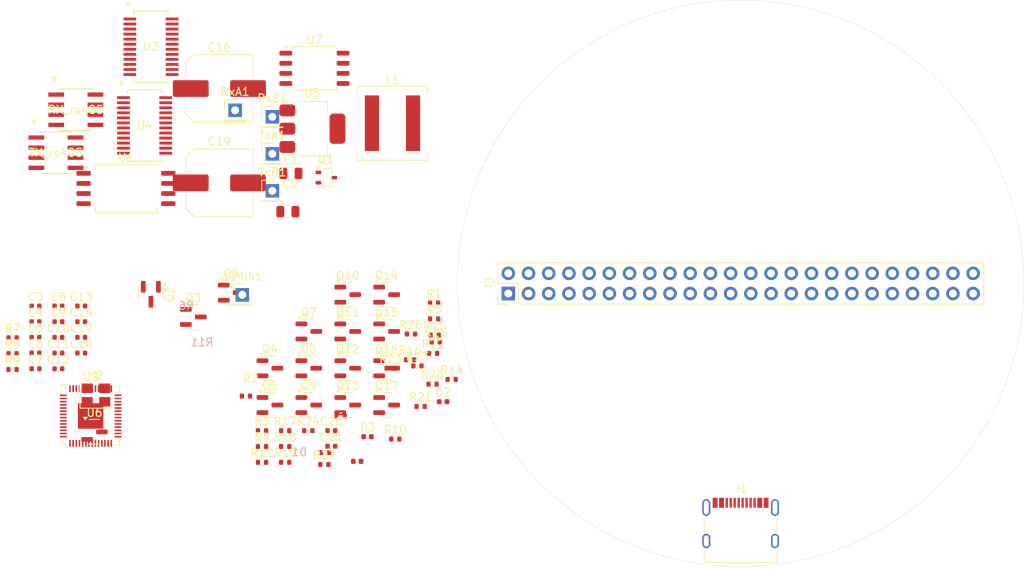
<source format=kicad_pcb>
(kicad_pcb (version 20240108) (generator "pcbnew") (generator_version "8.0")
  (layers (0 "F.Cu" signal) (31 "B.Cu" signal) (34 "B.Paste" user) (35 "F.Paste" user) (36 "B.SilkS" user "B.Silkscreen") (37 "F.SilkS" user "F.Silkscreen") (38 "B.Mask" user) (39 "F.Mask" user) (44 "Edge.Cuts" user))
  (net 0 "")
  (net 1 "GNDREF")
  (net 2 "Net-(D1-A)")
  (net 3 "+1V1")
  (net 4 "+3V2")
  (net 5 "+3.3V")
  (net 6 "/XIN")
  (net 7 "+5V")
  (net 8 "Net-(C18-Pad1)")
  (net 9 "+12V")
  (net 10 "/INT0")
  (net 11 "Net-(Q1-B)")
  (net 12 "BOOT_SEL")
  (net 13 "Net-(U8-USB_DP)")
  (net 14 "USB_D+")
  (net 15 "Net-(U8-USB_DM)")
  (net 16 "USB_D-")
  (net 17 "/QSPI_SS")
  (net 18 "/XOUT")
  (net 19 "Net-(RX_rs485-B)")
  (net 20 "Net-(RX_rs485-A)")
  (net 22 "/UART_rx")
  (net 24 "Net-(TX_rs485-A)")
  (net 25 "/UART_tx")
  (net 26 "Net-(TX_rs485-B)")
  (net 27 "/QSPI_SCLK")
  (net 28 "/QSPI_SD1")
  (net 29 "/QSPI_SD0")
  (net 30 "/QSPI_SD3")
  (net 31 "/QSPI_SD2")
  (net 32 "/BLANK")
  (net 33 "/c25")
  (net 34 "/r16")
  (net 35 "/c24")
  (net 36 "/r14")
  (net 37 "/c18")
  (net 38 "/c15")
  (net 39 "/r4")
  (net 40 "/c4")
  (net 41 "/c13")
  (net 42 "/c7")
  (net 43 "/r10")
  (net 44 "/c26")
  (net 45 "/c32")
  (net 46 "/r6")
  (net 47 "/r8")
  (net 48 "/c23")
  (net 49 "/c6")
  (net 50 "/r13")
  (net 51 "/r15")
  (net 52 "/c9")
  (net 53 "/c20")
  (net 54 "/r3")
  (net 55 "/c21")
  (net 56 "/r9")
  (net 57 "/c19")
  (net 58 "/c3")
  (net 59 "/c28")
  (net 60 "/c1")
  (net 61 "/c14")
  (net 62 "/c2")
  (net 63 "/r2")
  (net 64 "/r5")
  (net 65 "/r1")
  (net 66 "/c10")
  (net 67 "/c22")
  (net 68 "/c31")
  (net 69 "/c12")
  (net 70 "/r7")
  (net 71 "/r11")
  (net 72 "/c30")
  (net 73 "/c5")
  (net 74 "/c29")
  (net 75 "/c11")
  (net 76 "/c16")
  (net 77 "/c17")
  (net 78 "/c8")
  (net 79 "/r12")
  (net 80 "/c27")
  (net 81 "Net-(U3-SOUT)")
  (net 82 "Net-(U3-IREF)")
  (net 83 "/SIN")
  (net 84 "/SCLOCK")
  (net 85 "/LATCH")
  (net 86 "Net-(U4-IREF)")
  (net 88 "Net-(D2-K)")
  (net 89 "/RC16")
  (net 90 "/RC6")
  (net 92 "/RC10")
  (net 93 "/RC2")
  (net 95 "/RC13")
  (net 96 "/RC11")
  (net 98 "/RC9")
  (net 99 "/RC1")
  (net 101 "/RC7")
  (net 102 "/RC3")
  (net 104 "/RC5")
  (net 106 "/RC4")
  (net 107 "/RC12")
  (net 109 "/RC15")
  (net 110 "RUN")
  (net 111 "/RC14")
  (net 114 "/RC8")
  (net 115 "Net-(Q2-G)")
  (net 116 "Net-(Q3-G)")
  (net 117 "Net-(Q4-G)")
  (net 118 "Net-(Q5-G)")
  (net 119 "Net-(Q6-G)")
  (net 120 "Net-(Q7-G)")
  (net 121 "Net-(Q8-G)")
  (net 122 "Net-(Q9-G)")
  (net 123 "Net-(Q10-G)")
  (net 124 "Net-(Q11-G)")
  (net 125 "Net-(Q12-G)")
  (net 126 "Net-(Q13-G)")
  (net 127 "Net-(Q14-G)")
  (net 128 "Net-(Q15-G)")
  (net 129 "Net-(Q16-G)")
  (net 130 "Net-(Q17-G)")
  (net 131 "Net-(J1-CC2)")
  (net 132 "Net-(J1-GND-PadA1)")
  (net 135 "Net-(J1-CC1)")
  (footprint "Inductor_SMD:L_Coilcraft_XAL8080-XXX" (layer "F.Cu") (at 175.4 54.565)
    (property "Reference" "L1" (at 0 -5.4 0) (layer "F.SilkS"))
    (property "Value" "SDCHA1V8040-470-R")
    (pad "1" smd rect (at -2.58 0) (size 1.78 7) (layers "F.Cu" "F.Paste" "F.Mask") (net 88 "Net-(D2-K)"))
    (pad "2" smd rect (at 2.58 0) (size 1.78 7) (layers "F.Cu" "F.Paste" "F.Mask") (net 5 "+3.3V"))
  )
  (footprint "Package_TO_SOT_SMD:SOT-23" (layer "F.Cu") (at 174.6625 76.115)
    (property "Reference" "Q14" (at 0 -2.4 0) (layer "F.SilkS"))
    (property "Value" "FDV303N")
    (pad "1" smd roundrect (at -0.9375 -0.95) (size 1.475 0.6) (layers "F.Cu" "F.Paste" "F.Mask") (net 50 "/r13"))
    (pad "2" smd roundrect (at -0.9375 0.95) (size 1.475 0.6) (layers "F.Cu" "F.Paste" "F.Mask") (net 127 "Net-(Q14-G)"))
    (pad "3" smd roundrect (at 0.9375 0) (size 1.475 0.6) (layers "F.Cu" "F.Paste" "F.Mask") (net 1 "GNDREF"))
  )
  (footprint "Resistor_SMD:R_0402_1005Metric" (layer "F.Cu") (at 127.6475 83.525)
    (property "Reference" "R8" (at 0 -1.17 0) (layer "F.SilkS"))
    (property "Value" "DNF")
    (pad "1" smd roundrect (at -0.51 0) (size 0.54 0.64) (layers "F.Cu" "F.Paste" "F.Mask") (net 4 "+3V2"))
    (pad "2" smd roundrect (at 0.51 0) (size 0.54 0.64) (layers "F.Cu" "F.Paste" "F.Mask") (net 17 "/QSPI_SS"))
  )
  (footprint "Package_TO_SOT_SMD:SOT-23" (layer "F.Cu") (at 174.6625 80.74)
    (property "Reference" "Q15" (at 0 -2.4 0) (layer "F.SilkS"))
    (property "Value" "FDV303N")
    (pad "1" smd roundrect (at -0.9375 -0.95) (size 1.475 0.6) (layers "F.Cu" "F.Paste" "F.Mask") (net 36 "/r14"))
    (pad "2" smd roundrect (at -0.9375 0.95) (size 1.475 0.6) (layers "F.Cu" "F.Paste" "F.Mask") (net 128 "Net-(Q15-G)"))
    (pad "3" smd roundrect (at 0.9375 0) (size 1.475 0.6) (layers "F.Cu" "F.Paste" "F.Mask") (net 1 "GNDREF"))
  )
  (footprint "Package_TO_SOT_SMD:SOT-323_SC-70" (layer "F.Cu") (at 167.0875 61.405)
    (property "Reference" "Q1" (at -0.05 -2.25 0) (layer "F.SilkS"))
    (property "Value" "BC846B,215")
    (pad "1" smd roundrect (at -1 -0.65 270) (size 0.45 0.7) (layers "F.Cu" "F.Paste" "F.Mask") (net 11 "Net-(Q1-B)"))
    (pad "2" smd roundrect (at -1 0.65 270) (size 0.45 0.7) (layers "F.Cu" "F.Paste" "F.Mask") (net 1 "GNDREF"))
    (pad "3" smd roundrect (at 1 0 270) (size 0.45 0.7) (layers "F.Cu" "F.Paste" "F.Mask") (net 12 "BOOT_SEL"))
  )
  (footprint "Capacitor_SMD:C_0402_1005Metric" (layer "F.Cu") (at 130.5375 85.425)
    (property "Reference" "C7" (at 0 -1.16 0) (layer "F.SilkS"))
    (property "Value" "1u")
    (pad "1" smd roundrect (at -0.48 0) (size 0.56 0.62) (layers "F.Cu" "F.Paste" "F.Mask") (net 4 "+3V2"))
    (pad "2" smd roundrect (at 0.48 0) (size 0.56 0.62) (layers "F.Cu" "F.Paste" "F.Mask") (net 1 "GNDREF"))
  )
  (footprint "Resistor_SMD:R_0402_1005Metric" (layer "F.Cu") (at 177.61 84.3)
    (property "Reference" "R16" (at 0 -1.17 0) (layer "F.SilkS"))
    (property "Value" "10")
    (pad "1" smd roundrect (at -0.51 0) (size 0.54 0.64) (layers "F.Cu" "F.Paste" "F.Mask") (net 104 "/RC5"))
    (pad "2" smd roundrect (at 0.51 0) (size 0.54 0.64) (layers "F.Cu" "F.Paste" "F.Mask") (net 119 "Net-(Q6-G)"))
  )
  (footprint "Capacitor_SMD:C_0402_1005Metric" (layer "F.Cu") (at 136.2775 81.485)
    (property "Reference" "C17" (at 0 -1.16 0) (layer "F.SilkS"))
    (property "Value" "15p")
    (pad "1" smd roundrect (at -0.48 0) (size 0.56 0.62) (layers "F.Cu" "F.Paste" "F.Mask") (net 6 "/XIN"))
    (pad "2" smd roundrect (at 0.48 0) (size 0.56 0.62) (layers "F.Cu" "F.Paste" "F.Mask") (net 1 "GNDREF"))
  )
  (footprint "Package_TO_SOT_SMD:SOT-23" (layer "F.Cu") (at 174.6625 85.365)
    (property "Reference" "Q16" (at 0 -2.4 0) (layer "F.SilkS"))
    (property "Value" "FDV303N")
    (pad "1" smd roundrect (at -0.9375 -0.95) (size 1.475 0.6) (layers "F.Cu" "F.Paste" "F.Mask") (net 51 "/r15"))
    (pad "2" smd roundrect (at -0.9375 0.95) (size 1.475 0.6) (layers "F.Cu" "F.Paste" "F.Mask") (net 129 "Net-(Q16-G)"))
    (pad "3" smd roundrect (at 0.9375 0) (size 1.475 0.6) (layers "F.Cu" "F.Paste" "F.Mask") (net 1 "GNDREF"))
  )
  (footprint "Resistor_SMD:R_0402_1005Metric" (layer "F.Cu") (at 166.835 97.465)
    (property "Reference" "R27" (at 0 -1.17 0) (layer "F.SilkS"))
    (property "Value" "10")
    (pad "1" smd roundrect (at -0.51 0) (size 0.54 0.64) (layers "F.Cu" "F.Paste" "F.Mask") (net 89 "/RC16"))
    (pad "2" smd roundrect (at 0.51 0) (size 0.54 0.64) (layers "F.Cu" "F.Paste" "F.Mask") (net 130 "Net-(Q17-G)"))
  )
  (footprint "Resistor_SMD:R_0402_1005Metric" (layer "F.Cu") (at 161.9125 95.2)
    (property "Reference" "R18" (at 0 -1.17 0) (layer "F.SilkS"))
    (property "Value" "10")
    (pad "1" smd roundrect (at -0.51 0) (size 0.54 0.64) (layers "F.Cu" "F.Paste" "F.Mask") (net 101 "/RC7"))
    (pad "2" smd roundrect (at 0.51 0) (size 0.54 0.64) (layers "F.Cu" "F.Paste" "F.Mask") (net 121 "Net-(Q8-G)"))
  )
  (footprint "Capacitor_SMD:C_Elec_8x10.2" (layer "F.Cu") (at 153.6425 50.21)
    (property "Reference" "C16" (at 0 -5.2 0) (layer "F.SilkS"))
    (property "Value" "470uF")
    (pad "1" smd roundrect (at -3.6 0) (size 4.5 2.1) (layers "F.Cu" "F.Paste" "F.Mask") (roundrect_rratio 0.119048) (net 5 "+3.3V"))
    (pad "2" smd roundrect (at 3.6 0) (size 4.5 2.1) (layers "F.Cu" "F.Paste" "F.Mask") (roundrect_rratio 0.119048) (net 1 "GNDREF"))
  )
  (footprint "Resistor_SMD:R_0402_1005Metric" (layer "F.Cu") (at 166.92 95.965)
    (property "Reference" "R11" (at -15.475 -13.87 -0) (layer "B.SilkS") (effects (justify mirror)))
    (property "Value" "5.1k")
    (pad "1" smd roundrect (at -0.51 0) (size 0.54 0.64) (layers "F.Cu" "F.Paste" "F.Mask") (net 1 "GNDREF"))
    (pad "2" smd roundrect (at 0.51 0) (size 0.54 0.64) (layers "F.Cu" "F.Paste" "F.Mask") (net 135 "Net-(J1-CC1)"))
  )
  (footprint "Resistor_SMD:R_0402_1005Metric" (layer "F.Cu") (at 159.0025 95.2)
    (property "Reference" "R4" (at 0 -1.17 0) (layer "F.SilkS"))
    (property "Value" "2.65k")
    (pad "1" smd roundrect (at -0.51 0) (size 0.54 0.64) (layers "F.Cu" "F.Paste" "F.Mask") (net 86 "Net-(U4-IREF)"))
    (pad "2" smd roundrect (at 0.51 0) (size 0.54 0.64) (layers "F.Cu" "F.Paste" "F.Mask") (net 1 "GNDREF"))
  )
  (footprint "Capacitor_SMD:C_0805_2012Metric" (layer "F.Cu") (at 162.6375 60.88)
    (property "Reference" "C1" (at 0 -1.68 0) (layer "F.SilkS"))
    (property "Value" "10u")
    (pad "1" smd roundrect (at -0.95 0) (size 1 1.45) (layers "F.Cu" "F.Paste" "F.Mask") (net 7 "+5V"))
    (pad "2" smd roundrect (at 0.95 0) (size 1 1.45) (layers "F.Cu" "F.Paste" "F.Mask") (net 1 "GNDREF"))
  )
  (footprint "footprints:SO-8_STM" (layer "F.Cu") (at 135.6 52.87)
    (property "Reference" "RX_rs485" (at 0 0 0) (layer "F.SilkS"))
    (property "Value" "ST3485EBDR")
    (fp_text user "*" (at -2.7178 -3.5814 0) (layer "F.SilkS"))
    (fp_text user "*" (at -2.7178 -3.5814 0) (layer "F.SilkS"))
    (pad "1" smd rect (at -2.4638 -1.905) (size 1.9812 0.5334) (layers "F.Cu" "F.Paste" "F.Mask") (net 22 "/UART_rx"))
    (pad "2" smd rect (at -2.4638 -0.635) (size 1.9812 0.5334) (layers "F.Cu" "F.Paste" "F.Mask") (net 1 "GNDREF"))
    (pad "3" smd rect (at -2.4638 0.635) (size 1.9812 0.5334) (layers "F.Cu" "F.Paste" "F.Mask") (net 1 "GNDREF"))
    (pad "4" smd rect (at -2.4638 1.905) (size 1.9812 0.5334) (layers "F.Cu" "F.Paste" "F.Mask"))
    (pad "5" smd rect (at 2.4638 1.905) (size 1.9812 0.5334) (layers "F.Cu" "F.Paste" "F.Mask") (net 1 "GNDREF"))
    (pad "6" smd rect (at 2.4638 0.635) (size 1.9812 0.5334) (layers "F.Cu" "F.Paste" "F.Mask") (net 20 "Net-(RX_rs485-A)"))
    (pad "7" smd rect (at 2.4638 -0.635) (size 1.9812 0.5334) (layers "F.Cu" "F.Paste" "F.Mask") (net 19 "Net-(RX_rs485-B)"))
    (pad "8" smd rect (at 2.4638 -1.905) (size 1.9812 0.5334) (layers "F.Cu" "F.Paste" "F.Mask") (net 5 "+3.3V"))
  )
  (footprint "Package_TO_SOT_SMD:SOT-23" (layer "F.Cu") (at 150.3675 78.915)
    (property "Reference" "Q3" (at 0 -2.4 0) (layer "F.SilkS"))
    (property "Value" "FDV303N")
    (pad "1" smd roundrect (at -0.9375 -0.95) (size 1.475 0.6) (layers "F.Cu" "F.Paste" "F.Mask") (net 63 "/r2"))
    (pad "2" smd roundrect (at -0.9375 0.95) (size 1.475 0.6) (layers "F.Cu" "F.Paste" "F.Mask") (net 116 "Net-(Q3-G)"))
    (pad "3" smd roundrect (at 0.9375 0) (size 1.475 0.6) (layers "F.Cu" "F.Paste" "F.Mask") (net 1 "GNDREF"))
  )
  (footprint "Connector_PinHeader_2.54mm:PinHeader_2x24_P2.54mm_Vertical" (layer "F.Cu") (at 189.96 75.975 90)
    (property "Reference" "J3" (at 1.27 -2.33 90) (layer "F.SilkS"))
    (property "Value" "Conn_02x24_Odd_Even")
    (pad "1" thru_hole rect (at 0 0 90) (size 1.7 1.7) (drill 1) (layers "*.Cu" "*.Mask") (net 33 "/c25"))
    (pad "2" thru_hole oval (at 2.54 0 90) (size 1.7 1.7) (drill 1) (layers "*.Cu" "*.Mask") (net 35 "/c24"))
    (pad "3" thru_hole oval (at 0 2.54 90) (size 1.7 1.7) (drill 1) (layers "*.Cu" "*.Mask") (net 44 "/c26"))
    (pad "4" thru_hole oval (at 2.54 2.54 90) (size 1.7 1.7) (drill 1) (layers "*.Cu" "*.Mask") (net 48 "/c23"))
    (pad "5" thru_hole oval (at 0 5.079999 90) (size 1.7 1.7) (drill 1) (layers "*.Cu" "*.Mask") (net 80 "/c27"))
    (pad "6" thru_hole oval (at 2.54 5.08 90) (size 1.7 1.7) (drill 1) (layers "*.Cu" "*.Mask") (net 67 "/c22"))
    (pad "7" thru_hole oval (at 0 7.62 90) (size 1.7 1.7) (drill 1) (layers "*.Cu" "*.Mask") (net 59 "/c28"))
    (pad "8" thru_hole oval (at 2.54 7.62 90) (size 1.7 1.7) (drill 1) (layers "*.Cu" "*.Mask") (net 55 "/c21"))
    (pad "9" thru_hole oval (at 0 10.16 90) (size 1.7 1.7) (drill 1) (layers "*.Cu" "*.Mask") (net 74 "/c29"))
    (pad "10" thru_hole oval (at 2.54 10.16 90) (size 1.7 1.7) (drill 1) (layers "*.Cu" "*.Mask") (net 53 "/c20"))
    (pad "11" thru_hole oval (at 0 12.7 90) (size 1.7 1.7) (drill 1) (layers "*.Cu" "*.Mask") (net 72 "/c30"))
    (pad "12" thru_hole oval (at 2.54 12.7 90) (size 1.7 1.7) (drill 1) (layers "*.Cu" "*.Mask") (net 57 "/c19"))
    (pad "13" thru_hole oval (at 0 15.24 90) (size 1.7 1.7) (drill 1) (layers "*.Cu" "*.Mask") (net 68 "/c31"))
    (pad "14" thru_hole oval (at 2.54 15.24 90) (size 1.7 1.7) (drill 1) (layers "*.Cu" "*.Mask") (net 37 "/c18"))
    (pad "15" thru_hole oval (at 0 17.780001 90) (size 1.7 1.7) (drill 1) (layers "*.Cu" "*.Mask") (net 45 "/c32"))
    (pad "16" thru_hole oval (at 2.54 17.78 90) (size 1.7 1.7) (drill 1) (layers "*.Cu" "*.Mask") (net 77 "/c17"))
    (pad "17" thru_hole oval (at 0 20.32 90) (size 1.7 1.7) (drill 1) (layers "*.Cu" "*.Mask") (net 34 "/r16"))
    (pad "18" thru_hole oval (at 2.54 20.32 90) (size 1.7 1.7) (drill 1) (layers "*.Cu" "*.Mask") (net 76 "/c16"))
    (pad "19" thru_hole oval (at 0 22.86 90) (size 1.7 1.7) (drill 1) (layers "*.Cu" "*.Mask") (net 51 "/r15"))
    (pad "20" thru_hole oval (at 2.54 22.86 90) (size 1.7 1.7) (drill 1) (layers "*.Cu" "*.Mask") (net 38 "/c15"))
    (pad "21" thru_hole oval (at 0 25.4 90) (size 1.7 1.7) (drill 1) (layers "*.Cu" "*.Mask") (net 36 "/r14"))
    (pad "22" thru_hole oval (at 2.54 25.4 90) (size 1.7 1.7) (drill 1) (layers "*.Cu" "*.Mask") (net 61 "/c14"))
    (pad "23" thru_hole oval (at 0 27.939999 90) (size 1.7 1.7) (drill 1) (layers "*.Cu" "*.Mask") (net 50 "/r13"))
    (pad "24" thru_hole oval (at 2.54 27.94 90) (size 1.7 1.7) (drill 1) (layers "*.Cu" "*.Mask") (net 41 "/c13"))
    (pad "25" thru_hole oval (at 0 30.48 90) (size 1.7 1.7) (drill 1) (layers "*.Cu" "*.Mask") (net 79 "/r12"))
    (pad "26" thru_hole oval (at 2.54 30.48 90) (size 1.7 1.7) (drill 1) (layers "*.Cu" "*.Mask") (net 69 "/c12"))
    (pad "27" thru_hole oval (at 0 33.02 90) (size 1.7 1.7) (drill 1) (layers "*.Cu" "*.Mask") (net 71 "/r11"))
    (pad "28" thru_hole oval (at 2.54 33.02 90) (size 1.7 1.7) (drill 1) (layers "*.Cu" "*.Mask") (net 75 "/c11"))
    (pad "29" thru_hole oval (at 0 35.56 90) (size 1.7 1.7) (drill 1) (layers "*.Cu" "*.Mask") (net 43 "/r10"))
    (pad "30" thru_hole oval (at 2.54 35.56 90) (size 1.7 1.7) (drill 1) (layers "*.Cu" "*.Mask") (net 66 "/c10"))
    (pad "31" thru_hole oval (at 0 38.099999 90) (size 1.7 1.7) (drill 1) (layers "*.Cu" "*.Mask") (net 56 "/r9"))
    (pad "32" thru_hole oval (at 2.54 38.1 90) (size 1.7 1.7) (drill 1) (layers "*.Cu" "*.Mask") (net 52 "/c9"))
    (pad "33" thru_hole oval (at 0 40.640001 90) (size 1.7 1.7) (drill 1) (layers "*.Cu" "*.Mask") (net 47 "/r8"))
    (pad "34" thru_hole oval (at 2.54 40.64 90) (size 1.7 1.7) (drill 1) (layers "*.Cu" "*.Mask") (net 78 "/c8"))
    (pad "35" thru_hole oval (at 0 43.18 90) (size 1.7 1.7) (drill 1) (layers "*.Cu" "*.Mask") (net 70 "/r7"))
    (pad "36" thru_hole oval (at 2.54 43.18 90) (size 1.7 1.7) (drill 1) (layers "*.Cu" "*.Mask") (net 42 "/c7"))
    (pad "37" thru_hole oval (at 0 45.72 90) (size 1.7 1.7) (drill 1) (layers "*.Cu" "*.Mask") (net 46 "/r6"))
    (pad "38" thru_hole oval (at 2.54 45.72 90) (size 1.7 1.7) (drill 1) (layers "*.Cu" "*.Mask") (net 49 "/c6"))
    (pad "39" thru_hole oval (at 0 48.26 90) (size 1.7 1.7) (drill 1) (layers "*.Cu" "*.Mask") (net 64 "/r5"))
    (pad "40" thru_hole oval (at 2.54 48.26 90) (size 1.7 1.7) (drill 1) (layers "*.Cu" "*.Mask") (net 73 "/c5"))
    (pad "41" thru_hole oval (at 0 50.799999 90) (size 1.7 1.7) (drill 1) (layers "*.Cu" "*.Mask") (net 39 "/r4"))
    (pad "42" thru_hole oval (at 2.54 50.8 90) (size 1.7 1.7) (drill 1) (layers "*.Cu" "*.Mask") (net 40 "/c4"))
    (pad "43" thru_hole oval (at 0 53.34 90) (size 1.7 1.7) (drill 1) (layers "*.Cu" "*.Mask") (net 54 "/r3"))
    (pad "44" thru_hole oval (at 2.54 53.34 90) (size 1.7 1.7) (drill 1) (layers "*.Cu" "*.Mask") (net 58 "/c3"))
    (pad "45" thru_hole oval (at 0 55.88 90) (size 1.7 1.7) (drill 1) (layers "*.Cu" "*.Mask") (net 63 "/r2"))
    (pad "46" thru_hole oval (at 2.54 55.88 90) (size 1.7 1.7) (drill 1) (layers "*.Cu" "*.Mask") (net 62 "/c2"))
    (pad "47" thru_hole oval (at 0 58.42 90) (size 1.7 1.7) (drill 1) (layers "*.Cu" "*.Mask") (net 65 "/r1"))
    (pad "48" thru_hole oval (at 2.54 58.42 90) (size 1.7 1.7) (drill 1) (layers "*.Cu" "*.Mask") (net 60 "/c1"))
  )
  (footprint "Capacitor_SMD:C_0402_1005Metric" (layer "F.Cu") (at 130.5375 77.545)
    (property "Reference" "C3" (at 0 -1.16 0) (layer "F.SilkS"))
    (property "Value" "100n")
    (pad "1" smd roundrect (at -0.48 0) (size 0.56 0.62) (layers "F.Cu" "F.Paste" "F.Mask") (net 3 "+1V1"))
    (pad "2" smd roundrect (at 0.48 0) (size 0.56 0.62) (layers "F.Cu" "F.Paste" "F.Mask") (net 1 "GNDREF"))
  )
  (footprint "Resistor_SMD:R_0402_1005Metric" (layer "F.Cu") (at 180.635001 79.154999)
    (property "Reference" "R5" (at 0 -1.17 0) (layer "F.SilkS"))
    (property "Value" "27")
    (pad "1" smd roundrect (at -0.509999 0) (size 0.54 0.64) (layers "F.Cu" "F.Paste" "F.Mask") (net 16 "USB_D-"))
    (pad "2" smd roundrect (at 0.509999 0) (size 0.54 0.64) (layers "F.Cu" "F.Paste" "F.Mask") (net 15 "Net-(U8-USB_DM)"))
  )
  (footprint "Package_TO_SOT_SMD:SOT-23" (layer "F.Cu") (at 164.8825 85.365)
    (property "Reference" "Q8" (at 0 -2.4 0) (layer "F.SilkS"))
    (property "Value" "FDV303N")
    (pad "1" smd roundrect (at -0.9375 -0.95) (size 1.475 0.6) (layers "F.Cu" "F.Paste" "F.Mask") (net 70 "/r7"))
    (pad "2" smd roundrect (at -0.9375 0.95) (size 1.475 0.6) (layers "F.Cu" "F.Paste" "F.Mask") (net 121 "Net-(Q8-G)"))
    (pad "3" smd roundrect (at 0.9375 0) (size 1.475 0.6) (layers "F.Cu" "F.Paste" "F.Mask") (net 1 "GNDREF"))
  )
  (footprint "Package_SO:SOIC-8_7.5x5.85mm_P1.27mm" (layer "F.Cu") (at 141.9 62.77)
    (property "Reference" "U1" (at 0 -3.88 0) (layer "F.SilkS"))
    (property "Value" "W25Q128JVS")
    (pad "1" smd roundrect (at -5.325 -1.905) (size 1.8 0.6) (layers "F.Cu" "F.Paste" "F.Mask") (net 17 "/QSPI_SS"))
    (pad "2" smd roundrect (at -5.325 -0.635) (size 1.8 0.6) (layers "F.Cu" "F.Paste" "F.Mask") (net 28 "/QSPI_SD1"))
    (pad "3" smd roundrect (at -5.325 0.635) (size 1.8 0.6) (layers "F.Cu" "F.Paste" "F.Mask") (net 31 "/QSPI_SD2"))
    (pad "4" smd roundrect (at -5.325 1.905) (size 1.8 0.6) (layers "F.Cu" "F.Paste" "F.Mask") (net 1 "GNDREF"))
    (pad "5" smd roundrect (at 5.325 1.905) (size 1.8 0.6) (layers "F.Cu" "F.Paste" "F.Mask") (net 29 "/QSPI_SD0"))
    (pad "6" smd roundrect (at 5.325 0.635) (size 1.8 0.6) (layers "F.Cu" "F.Paste" "F.Mask") (net 27 "/QSPI_SCLK"))
    (pad "7" smd roundrect (at 5.325 -0.635) (size 1.8 0.6) (layers "F.Cu" "F.Paste" "F.Mask") (net 30 "/QSPI_SD3"))
    (pad "8" smd roundrect (at 5.325 -1.905) (size 1.8 0.6) (layers "F.Cu" "F.Paste" "F.Mask") (net 4 "+3V2"))
  )
  (footprint "Capacitor_SMD:C_0402_1005Metric" (layer "F.Cu") (at 133.4075 79.515)
    (property "Reference" "C9" (at 0 -1.16 0) (layer "F.SilkS"))
    (property "Value" "100n")
    (pad "1" smd roundrect (at -0.48 0) (size 0.56 0.62) (layers "F.Cu" "F.Paste" "F.Mask") (net 4 "+3V2"))
    (pad "2" smd roundrect (at 0.48 0) (size 0.56 0.62) (layers "F.Cu" "F.Paste" "F.Mask") (net 1 "GNDREF"))
  )
  (footprint "Resistor_SMD:R_0402_1005Metric" (layer "F.Cu") (at 168.89 91.365)
    (property "Reference" "R6" (at -19.415 -13.87 -0) (layer "B.SilkS") (effects (justify mirror)))
    (property "Value" "1k")
    (pad "1" smd roundrect (at -0.51 0) (size 0.54 0.64) (layers "F.Cu" "F.Paste" "F.Mask") (net 7 "+5V"))
    (pad "2" smd roundrect (at 0.51 0) (size 0.54 0.64) (layers "F.Cu" "F.Paste" "F.Mask") (net 11 "Net-(Q1-B)"))
  )
  (footprint "Crystal:Crystal_SMD_3225-4Pin_3.2x2.5mm" (layer "F.Cu") (at 138.1275 88.735)
    (property "Reference" "Y2" (at 0 -2.45 0) (layer "F.SilkS"))
    (property "Value" "ABM8-272-T3")
    (pad "1" smd rect (at -1.1 0.85) (size 1.4 1.2) (layers "F.Cu" "F.Paste" "F.Mask") (net 6 "/XIN"))
    (pad "2" smd rect (at 1.1 0.85) (size 1.4 1.2) (layers "F.Cu" "F.Paste" "F.Mask") (net 1 "GNDREF"))
    (pad "3" smd rect (at 1.1 -0.85) (size 1.4 1.2) (layers "F.Cu" "F.Paste" "F.Mask") (net 8 "Net-(C18-Pad1)"))
    (pad "4" smd rect (at -1.1 -0.85) (size 1.4 1.2) (layers "F.Cu" "F.Paste" "F.Mask") (net 1 "GNDREF"))
  )
  (footprint "Resistor_SMD:R_0402_1005Metric" (layer "F.Cu") (at 178.935 90.165)
    (property "Reference" "R21" (at 0 -1.17 0) (layer "F.SilkS"))
    (property "Value" "10")
    (pad "1" smd roundrect (at -0.51 0) (size 0.54 0.64) (layers "F.Cu" "F.Paste" "F.Mask") (net 92 "/RC10"))
    (pad "2" smd roundrect (at 0.51 0) (size 0.54 0.64) (layers "F.Cu" "F.Paste" "F.Mask") (net 124 "Net-(Q11-G)"))
  )
  (footprint "Package_TO_SOT_SMD:SOT-23" (layer "F.Cu") (at 145.03 76.065 -90)
    (property "Reference" "Q2" (at 0 -2.4 90) (layer "F.SilkS"))
    (property "Value" "FDV303N")
    (pad "1" smd roundrect (at -0.9375 -0.95 270) (size 1.475 0.6) (layers "F.Cu" "F.Paste" "F.Mask") (net 65 "/r1"))
    (pad "2" smd roundrect (at -0.9375 0.95 270) (size 1.475 0.6) (layers "F.Cu" "F.Paste" "F.Mask") (net 115 "Net-(Q2-G)"))
    (pad "3" smd roundrect (at 0.937501 0 270) (size 1.475 0.6) (layers "F.Cu" "F.Paste" "F.Mask") (net 1 "GNDREF"))
  )
  (footprint "Resistor_SMD:R_0402_1005Metric" (layer "F.Cu") (at 164.8225 93.21)
    (property "Reference" "R24" (at 0 -1.17 0) (layer "F.SilkS"))
    (property "Value" "10")
    (pad "1" smd roundrect (at -0.51 0) (size 0.54 0.64) (layers "F.Cu" "F.Paste" "F.Mask") (net 95 "/RC13"))
    (pad "2" smd roundrect (at 0.51 0) (size 0.54 0.64) (layers "F.Cu" "F.Paste" "F.Mask") (net 127 "Net-(Q14-G)"))
  )
  (footprint "Resistor_SMD:R_0402_1005Metric" (layer "F.Cu") (at 180.71 81.2)
    (property "Reference" "R15" (at 0 -1.17 0) (layer "F.SilkS"))
    (property "Value" "10")
    (pad "1" smd roundrect (at -0.51 0) (size 0.54 0.64) (layers "F.Cu" "F.Paste" "F.Mask") (net 106 "/RC4"))
    (pad "2" smd roundrect (at 0.51 0) (size 0.54 0.64) (layers "F.Cu" "F.Paste" "F.Mask") (net 118 "Net-(Q5-G)"))
  )
  (footprint "Package_TO_SOT_SMD:SOT-23" (layer "F.Cu") (at 169.7725 76.115)
    (property "Reference" "Q10" (at 0 -2.4 0) (layer "F.SilkS"))
    (property "Value" "FDV303N")
    (pad "1" smd roundrect (at -0.9375 -0.95) (size 1.475 0.6) (layers "F.Cu" "F.Paste" "F.Mask") (net 56 "/r9"))
    (pad "2" smd roundrect (at -0.9375 0.95) (size 1.475 0.6) (layers "F.Cu" "F.Paste" "F.Mask") (net 123 "Net-(Q10-G)"))
    (pad "3" smd roundrect (at 0.9375 0) (size 1.475 0.6) (layers "F.Cu" "F.Paste" "F.Mask") (net 1 "GNDREF"))
  )
  (footprint "Connector_PinHeader_2.54mm:PinHeader_1x01_P2.54mm_Vertical" (layer "F.Cu") (at 156.5225 76.14)
    (property "Reference" "12Vin1" (at 0 -2.33 0) (layer "F.SilkS"))
    (property "Value" "Conn_01x01_Pin")
    (pad "1" thru_hole rect (at 0 0) (size 1.7 1.7) (drill 1) (layers "*.Cu" "*.Mask") (net 9 "+12V"))
  )
  (footprint "Resistor_SMD:R_0402_1005Metric" (layer "F.Cu") (at 127.6475 81.535)
    (property "Reference" "R7" (at 0 -1.17 0) (layer "F.SilkS"))
    (property "Value" "1k")
    (pad "1" smd roundrect (at -0.51 0) (size 0.54 0.64) (layers "F.Cu" "F.Paste" "F.Mask") (net 17 "/QSPI_SS"))
    (pad "2" smd roundrect (at 0.51 0) (size 0.54 0.64) (layers "F.Cu" "F.Paste" "F.Mask") (net 12 "BOOT_SEL"))
  )
  (footprint "DBQ24_TEX:DBQ24_TEX" (layer "F.Cu") (at 144.2457 54.8475)
    (property "Reference" "U4" (at 0 0 0) (layer "F.SilkS"))
    (property "Value" "TLC59283DBQR")
    (fp_text user "*" (at -2.9083 -4.9911 0) (layer "F.SilkS"))
    (fp_text user "*" (at -2.9083 -4.9911 0) (layer "F.SilkS"))
    (pad "1" smd rect (at -2.6543 -3.4925) (size 1.6002 0.3556) (layers "F.Cu" "F.Paste" "F.Mask") (net 1 "GNDREF"))
    (pad "2" smd rect (at -2.6543 -2.8575) (size 1.6002 0.3556) (layers "F.Cu" "F.Paste" "F.Mask") (net 81 "Net-(U3-SOUT)"))
    (pad "3" smd rect (at -2.6543 -2.2225) (size 1.6002 0.3556) (layers "F.Cu" "F.Paste" "F.Mask") (net 84 "/SCLOCK"))
    (pad "4" smd rect (at -2.6543 -1.5875) (size 1.6002 0.3556) (layers "F.Cu" "F.Paste" "F.Mask") (net 85 "/LATCH"))
    (pad "5" smd rect (at -2.6543 -0.9525) (size 1.6002 0.3556) (layers "F.Cu" "F.Paste" "F.Mask") (net 77 "/c17"))
    (pad "6" smd rect (at -2.6543 -0.3175) (size 1.6002 0.3556) (layers "F.Cu" "F.Paste" "F.Mask") (net 37 "/c18"))
    (pad "7" smd rect (at -2.6543 0.3175) (size 1.6002 0.3556) (layers "F.Cu" "F.Paste" "F.Mask") (net 57 "/c19"))
    (pad "8" smd rect (at -2.6543 0.9525) (size 1.6002 0.3556) (layers "F.Cu" "F.Paste" "F.Mask") (net 53 "/c20"))
    (pad "9" smd rect (at -2.6543 1.5875) (size 1.6002 0.3556) (layers "F.Cu" "F.Paste" "F.Mask") (net 55 "/c21"))
    (pad "10" smd rect (at -2.6543 2.2225) (size 1.6002 0.3556) (layers "F.Cu" "F.Paste" "F.Mask") (net 67 "/c22"))
    (pad "11" smd rect (at -2.6543 2.8575) (size 1.6002 0.3556) (layers "F.Cu" "F.Paste" "F.Mask") (net 48 "/c23"))
    (pad "12" smd rect (at -2.6543 3.4925) (size 1.6002 0.3556) (layers "F.Cu" "F.Paste" "F.Mask") (net 35 "/c24"))
    (pad "13" smd rect (at 2.6543 3.4925) (size 1.6002 0.3556) (layers "F.Cu" "F.Paste" "F.Mask") (net 33 "/c25"))
    (pad "14" smd rect (at 2.6543 2.8575) (size 1.6002 0.3556) (layers "F.Cu" "F.Paste" "F.Mask") (net 44 "/c26"))
    (pad "15" smd rect (at 2.6543 2.2225) (size 1.6002 0.3556) (layers "F.Cu" "F.Paste" "F.Mask") (net 80 "/c27"))
    (pad "16" smd rect (at 2.6543 1.5875) (size 1.6002 0.3556) (layers "F.Cu" "F.Paste" "F.Mask") (net 59 "/c28"))
    (pad "17" smd rect (at 2.6543 0.9525) (size 1.6002 0.3556) (layers "F.Cu" "F.Paste" "F.Mask") (net 74 "/c29"))
    (pad "18" smd rect (at 2.6543 0.3175) (size 1.6002 0.3556) (layers "F.Cu" "F.Paste" "F.Mask") (net 72 "/c30"))
    (pad "19" smd rect (at 2.6543 -0.3175) (size 1.6002 0.3556) (layers "F.Cu" "F.Paste" "F.Mask") (net 68 "/c31"))
    (pad "20" smd rect (at 2.6543 -0.9525) (size 1.6002 0.3556) (layers "F.Cu" "F.Paste" "F.Mask") (net 45 "/c32"))
    (pad "21" smd rect (at 2.6543 -1.5875) (size 1.6002 0.3556) (layers "F.Cu" "F.Paste" "F.Mask") (net 32 "/BLANK"))
    (pad "22" smd rect (at 2.6543 -2.2225) (size 1.6002 0.3556) (layers "F.Cu" "F.Paste" "F.Mask"))
    (pad "23" smd rect (at 2.6543 -2.8575) (size 1.6002 0.3556) (layers "F.Cu" "F.Paste" "F.Mask") (net 86 "Net-(U4-IREF)"))
    (pad "24" smd rect (at 2.6543 -3.4925) (size 1.6002 0.3556) (layers "F.Cu" "F.Paste" "F.Mask") (net 5 "+3.3V"))
  )
  (footprint "Capacitor_SMD:C_0402_1005Metric" (layer "F.Cu") (at 136.2775 83.455)
    (property "Reference" "C18" (at 0 -1.16 0) (layer "F.SilkS"))
    (property "Value" "15p")
    (pad "1" smd roundrect (at -0.48 0) (size 0.56 0.62) (layers "F.Cu" "F.Paste" "F.Mask") (net 8 "Net-(C18-Pad1)"))
    (pad "2" smd roundrect (at 0.48 0) (size 0.56 0.62) (layers "F.Cu" "F.Paste" "F.Mask") (net 1 "GNDREF"))
  )
  (footprint "Resistor_SMD:R_0402_1005Metric" (layer "F.Cu") (at 175.1725 85.365)
    (property "Reference" "R23" (at 0 -1.17 0) (layer "F.SilkS"))
    (property "Value" "10")
    (pad "1" smd roundrect (at -0.51 0) (size 0.54 0.64) (layers "F.Cu" "F.Paste" "F.Mask") (net 107 "/RC12"))
    (pad "2" smd roundrect (at 0.51 0) (size 0.54 0.64) (layers "F.Cu" "F.Paste" "F.Mask") (net 126 "Net-(Q13-G)"))
  )
  (footprint "Capacitor_SMD:C_0402_1005Metric" (layer "F.Cu") (at 130.5375 83.455)
    (property "Reference" "C6" (at 0 -1.16 0) (layer "F.SilkS"))
    (property "Value" "100n")
    (pad "1" smd roundrect (at -0.48 0) (size 0.56 0.62) (layers "F.Cu" "F.Paste" "F.Mask") (net 4 "+3V2"))
    (pad "2" smd roundrect (at 0.48 0) (size 0.56 0.62) (layers "F.Cu" "F.Paste" "F.Mask") (net 1 "GNDREF"))
  )
  (footprint "Package_TO_SOT_SMD:SOT-23" (layer "F.Cu") (at 169.7725 80.74)
    (property "Reference" "Q11" (at 0 -2.4 0) (layer "F.SilkS"))
    (property "Value" "FDV303N")
    (pad "1" smd roundrect (at -0.9375 -0.95) (size 1.475 0.6) (layers "F.Cu" "F.Paste" "F.Mask") (net 43 "/r10"))
    (pad "2" smd roundrect (at -0.9375 0.95) (size 1.475 0.6) (layers "F.Cu" "F.Paste" "F.Mask") (net 124 "Net-(Q11-G)"))
    (pad "3" smd roundrect (at 0.9375 0) (size 1.475 0.6) (layers "F.Cu" "F.Paste" "F.Mask") (net 1 "GNDREF"))
  )
  (footprint "Resistor_SMD:R_0402_1005Metric" (layer "F.Cu") (at 161.9125 93.21)
    (property "Reference" "R17" (at 0 -1.17 0) (layer "F.SilkS"))
    (property "Value" "10")
    (pad "1" smd roundrect (at -0.51 0) (size 0.54 0.64) (layers "F.Cu" "F.Paste" "F.Mask") (net 90 "/RC6"))
    (pad "2" smd roundrect (at 0.51 0) (size 0.54 0.64) (layers "F.Cu" "F.Paste" "F.Mask") (net 120 "Net-(Q7-G)"))
  )
  (footprint "Connector_PinHeader_2.54mm:PinHeader_1x01_P2.54mm_Vertical" (layer "F.Cu") (at 160.3 58.415)
    (property "Reference" "TxA1" (at 0 -2.33 0) (layer "F.SilkS"))
    (property "Value" "Conn_01x01_Pin")
    (pad "1" thru_hole rect (at 0 0) (size 1.7 1.7) (drill 1) (layers "*.Cu" "*.Mask") (net 24 "Net-(TX_rs485-A)"))
  )
  (footprint "Capacitor_SMD:C_0402_1005Metric" (layer "F.Cu") (at 133.4075 85.425)
    (property "Reference" "C12" (at 0 -1.16 0) (layer "F.SilkS"))
    (property "Value" "100n")
    (pad "1" smd roundrect (at -0.48 0) (size 0.56 0.62) (layers "F.Cu" "F.Paste" "F.Mask") (net 4 "+3V2"))
    (pad "2" smd roundrect (at 0.48 0) (size 0.56 0.62) (layers "F.Cu" "F.Paste" "F.Mask") (net 1 "GNDREF"))
  )
  (footprint "Package_TO_SOT_SMD:SOT-23" (layer "F.Cu") (at 164.8825 89.99)
    (property "Reference" "Q9" (at 0 -2.4 0) (layer "F.SilkS"))
    (property "Value" "FDV303N")
    (pad "1" smd roundrect (at -0.9375 -0.95) (size 1.475 0.6) (layers "F.Cu" "F.Paste" "F.Mask") (net 47 "/r8"))
    (pad "2" smd roundrect (at -0.9375 0.95) (size 1.475 0.6) (layers "F.Cu" "F.Paste" "F.Mask") (net 122 "Net-(Q9-G)"))
    (pad "3" smd roundrect (at 0.9375 0) (size 1.475 0.6) (layers "F.Cu" "F.Paste" "F.Mask") (net 1 "GNDREF"))
  )
  (footprint "Capacitor_SMD:C_0805_2012Metric" (layer "F.Cu") (at 162.25 65.685)
    (property "Reference" "C2" (at 0.3 -3.475 0) (layer "F.SilkS"))
    (property "Value" "10u")
    (pad "1" smd roundrect (at -0.95 0) (size 1 1.45) (layers "F.Cu" "F.Paste" "F.Mask") (net 2 "Net-(D1-A)"))
    (pad "2" smd roundrect (at 0.95 0) (size 1 1.45) (layers "F.Cu" "F.Paste" "F.Mask") (net 1 "GNDREF"))
  )
  (footprint "Resistor_SMD:R_0402_1005Metric" (layer "F.Cu") (at 156.99 88.865)
    (property "Reference" "R2" (at 0.6025 -2.21 0) (layer "F.SilkS"))
    (property "Value" "1k")
    (pad "1" smd roundrect (at -0.51 0) (size 0.54 0.64) (layers "F.Cu" "F.Paste" "F.Mask") (net 5 "+3.3V"))
    (pad "2" smd roundrect (at 0.51 0) (size 0.54 0.64) (layers "F.Cu" "F.Paste" "F.Mask") (net 10 "/INT0"))
  )
  (footprint "Connector_PinHeader_2.54mm:PinHeader_1x01_P2.54mm_Vertical" (layer "F.Cu") (at 160.3 53.765)
    (property "Reference" "RxB1" (at 0 -2.33 0) (layer "F.SilkS"))
    (property "Value" "Conn_01x01_Pin")
    (pad "1" thru_hole rect (at 0 0) (size 1.7 1.7) (drill 1) (layers "*.Cu" "*.Mask") (net 19 "Net-(RX_rs485-B)"))
  )
  (footprint "Capacitor_SMD:C_0402_1005Metric" (layer "F.Cu") (at 133.4075 81.485)
    (property "Reference" "C10" (at 0 -1.16 0) (layer "F.SilkS"))
    (property "Value" "100n")
    (pad "1" smd roundrect (at -0.48 0) (size 0.56 0.62) (layers "F.Cu" "F.Paste" "F.Mask") (net 4 "+3V2"))
    (pad "2" smd roundrect (at 0.48 0) (size 0.56 0.62) (layers "F.Cu" "F.Paste" "F.Mask") (net 1 "GNDREF"))
  )
  (footprint "Package_TO_SOT_SMD:SOT-23" (layer "F.Cu") (at 159.9925 85.365)
    (property "Reference" "Q4" (at 0 -2.4 0) (layer "F.SilkS"))
    (property "Value" "FDV303N")
    (pad "1" smd roundrect (at -0.9375 -0.95) (size 1.475 0.6) (layers "F.Cu" "F.Paste" "F.Mask") (net 54 "/r3"))
    (pad "2" smd roundrect (at -0.9375 0.95) (size 1.475 0.6) (layers "F.Cu" "F.Paste" "F.Mask") (net 117 "Net-(Q4-G)"))
    (pad "3" smd roundrect (at 0.9375 0) (size 1.475 0.6) (layers "F.Cu" "F.Paste" "F.Mask") (net 1 "GNDREF"))
  )
  (footprint "Resistor_SMD:R_0402_1005Metric" (layer "F.Cu") (at 182.835 86.765)
    (property "Reference" "R14" (at 0 -1.17 0) (layer "F.SilkS"))
    (property "Value" "10")
    (pad "1" smd roundrect (at -0.51 0) (size 0.54 0.64) (layers "F.Cu" "F.Paste" "F.Mask") (net 102 "/RC3"))
    (pad "2" smd roundrect (at 0.51 0) (size 0.54 0.64) (layers "F.Cu" "F.Paste" "F.Mask") (net 117 "Net-(Q4-G)"))
  )
  (footprint "Resistor_SMD:R_0402_1005Metric" (layer "F.Cu") (at 180.5 83.5)
    (property "Reference" "R22" (at 0 -1.17 0) (layer "F.SilkS"))
    (property "Value" "10")
    (pad "1" smd roundrect (at -0.51 0) (size 0.54 0.64) (layers "F.Cu" "F.Paste" "F.Mask") (net 96 "/RC11"))
    (pad "2" smd roundrect (at 0.51 0) (size 0.54 0.64) (layers "F.Cu" "F.Paste" "F.Mask") (net 125 "Net-(Q12-G)"))
  )
  (footprint "Package_TO_SOT_SMD:SOT-23" (layer "F.Cu") (at 169.7725 85.365)
    (property "Reference" "Q12" (at 0 -2.4 0) (layer "F.SilkS"))
    (property "Value" "FDV303N")
    (pad "1" smd roundrect (at -0.9375 -0.95) (size 1.475 0.6) (layers "F.Cu" "F.Paste" "F.Mask") (net 71 "/r11"))
    (pad "2" smd roundrect (at -0.9375 0.95) (size 1.475 0.6) (layers "F.Cu" "F.Paste" "F.Mask") (net 125 "Net-(Q12-G)"))
    (pad "3" smd roundrect (at 0.9375 0) (size 1.475 0.6) (layers "F.Cu" "F.Paste" "F.Mask") (net 1 "GNDREF"))
  )
  (footprint "Capacitor_SMD:C_0402_1005Metric" (layer "F.Cu") (at 167.7125 95.17)
    (property "Reference" "C21" (at 0 -1.16 0) (layer "F.SilkS"))
    (property "Value" "100n")
    (pad "1" smd roundrect (at -0.48 0) (size 0.56 0.62) (layers "F.Cu" "F.Paste" "F.Mask") (net 1 "GNDREF"))
    (pad "2" smd roundrect (at 0.48 0) (size 0.56 0.62) (layers "F.Cu" "F.Paste" "F.Mask") (net 5 "+3.3V"))
  )
  (footprint "Resistor_SMD:R_0402_1005Metric" (layer "F.Cu") (at 177.725 81.065)
    (property "Reference" "R26" (at 0 -1.17 0) (layer "F.SilkS"))
    (property "Value" "10")
    (pad "1" smd roundrect (at -0.51 0) (size 0.54 0.64) (layers "F.Cu" "F.Paste" "F.Mask") (net 109 "/RC15"))
    (pad "2" smd roundrect (at 0.51 0) (size 0.54 0.64) (layers "F.Cu" "F.Paste" "F.Mask") (net 129 "Net-(Q16-G)"))
  )
  (footprint "Capacitor_SMD:C_0402_1005Metric" (layer "F.Cu") (at 133.4075 83.455)
    (property "Reference" "C11" (at 0 -1.16 0) (layer "F.SilkS"))
    (property "Value" "100n")
    (pad "1" smd roundrect (at -0.48 0) (size 0.56 0.62) (layers "F.Cu" "F.Paste" "F.Mask") (net 4 "+3V2"))
    (pad "2" smd roundrect (at 0.48 0) (size 0.56 0.62) (layers "F.Cu" "F.Paste" "F.Mask") (net 1 "GNDREF"))
  )
  (footprint "Diode_SMD:D_0402_1005Metric" (layer "F.Cu") (at 181.76 89.565)
    (property "Reference" "D2" (at 0 -1.17 0) (layer "F.SilkS"))
    (property "Value" "D_Schottky")
    (pad "1" smd roundrect (at -0.485 0) (size 0.59 0.64) (layers "F.Cu" "F.Paste" "F.Mask") (net 88 "Net-(D2-K)"))
    (pad "2" smd roundrect (at 0.485 0) (size 0.59 0.64) (layers "F.Cu" "F.Paste" "F.Mask") (net 1 "GNDREF"))
  )
  (footprint "Capacitor_SMD:C_0402_1005Metric" (layer "F.Cu") (at 130.5375 81.485)
    (property "Reference" "C5" (at 0 -1.16 0) (layer "F.SilkS"))
    (property "Value" "1u")
    (pad "1" smd roundrect (at -0.48 0) (size 0.56 0.62) (layers "F.Cu" "F.Paste" "F.Mask") (net 3 "+1V1"))
    (pad "2" smd roundrect (at 0.48 0) (size 0.56 0.62) (layers "F.Cu" "F.Paste" "F.Mask") (net 1 "GNDREF"))
  )
  (footprint "Package_SO:SOP-8_5.28x5.23mm_P1.27mm" (layer "F.Cu") (at 165.5875 47.67)
    (property "Reference" "U7" (at 0 -3.56 0) (layer "F.SilkS"))
    (property "Value" "AP1509")
    (pad "1" smd roundrect (at -3.6 -1.905) (size 1.6 0.6) (layers "F.Cu" "F.Paste" "F.Mask") (net 9 "+12V"))
    (pad "2" smd roundrect (at -3.6 -0.635) (size 1.6 0.6) (layers "F.Cu" "F.Paste" "F.Mask") (net 88 "Net-(D2-K)"))
    (pad "3" smd roundrect (at -3.6 0.635) (size 1.6 0.6) (layers "F.Cu" "F.Paste" "F.Mask") (net 5 "+3.3V"))
    (pad "4" smd roundrect (at -3.6 1.905) (size 1.6 0.6) (layers "F.Cu" "F.Paste" "F.Mask") (net 1 "GNDREF"))
    (pad "5" smd roundrect (at 3.6 1.905) (size 1.6 0.6) (layers "F.Cu" "F.Paste" "F.Mask") (net 1 "GNDREF"))
    (pad "6" smd roundrect (at 3.6 0.635) (size 1.6 0.6) (layers "F.Cu" "F.Paste" "F.Mask") (net 1 "GNDREF"))
    (pad "7" smd roundrect (at 3.6 -0.635) (size 1.6 0.6) (layers "F.Cu" "F.Paste" "F.Mask") (net 1 "GNDREF"))
    (pad "8" smd roundrect (at 3.6 -1.905) (size 1.6 0.6) (layers "F.Cu" "F.Paste" "F.Mask") (net 1 "GNDREF"))
  )
  (footprint "Package_TO_SOT_SMD:SOT-23" (layer "F.Cu") (at 169.7725 89.99)
    (property "Reference" "Q13" (at 0 -2.4 0) (layer "F.SilkS"))
    (property "Value" "FDV303N")
    (pad "1" smd roundrect (at -0.9375 -0.95) (size 1.475 0.6) (layers "F.Cu" "F.Paste" "F.Mask") (net 79 "/r12"))
    (pad "2" smd roundrect (at -0.9375 0.95) (size 1.475 0.6) (layers "F.Cu" "F.Paste" "F.Mask") (net 126 "Net-(Q13-G)"))
    (pad "3" smd roundrect (at 0.9375 0) (size 1.475 0.6) (layers "F.Cu" "F.Paste" "F.Mask") (net 1 "GNDREF"))
  )
  (footprint "Capacitor_SMD:C_0402_1005Metric" (layer "F.Cu") (at 167.7125 93.2)
    (property "Reference" "C20" (at 0 -1.16 0) (layer "F.SilkS"))
    (property "Value" "100n")
    (pad "1" smd roundrect (at -0.48 0) (size 0.56 0.62) (layers "F.Cu" "F.Paste" "F.Mask") (net 1 "GNDREF"))
    (pad "2" smd roundrect (at 0.48 0) (size 0.56 0.62) (layers "F.Cu" "F.Paste" "F.Mask") (net 5 "+3.3V"))
  )
  (footprint "Resistor_SMD:R_0402_1005Metric" (layer "F.Cu") (at 175.745 94.265)
    (property "Reference" "R10" (at 0 -1.17 0) (layer "F.SilkS"))
    (property "Value" "5.1k")
    (pad "1" smd roundrect (at -0.51 0) (size 0.54 0.64) (layers "F.Cu" "F.Paste" "F.Mask") (net 131 "Net-(J1-CC2)"))
    (pad "2" smd roundrect (at 0.51 0) (size 0.54 0.64) (layers "F.Cu" "F.Paste" "F.Mask") (net 1 "GNDREF"))
  )
  (footprint "Connector_USB:USB_C_Receptacle_G-Switch_GT-USB-7010ASV" (layer "F.Cu") (at 219.16 106)
    (property "Reference" "J1" (at 0 -5.5 0) (layer "F.SilkS"))
    (property "Value" "USB_C_Receptacle_USB2.0_16P")
    (pad "" np_thru_hole circle (at -2.89 -2.605) (size 0.65 0.65) (drill 0.65) (layers "*.Cu" "*.Mask"))
    (pad "" np_thru_hole circle (at 2.89 -2.605) (size 0.65 0.65) (drill 0.65) (layers "*.Cu" "*.Mask"))
    (pad "A1" smd rect (at -3.2 -3.725) (size 0.6 1.24) (layers "F.Cu" "F.Paste" "F.Mask") (net 132 "Net-(J1-GND-PadA1)"))
    (pad "A4" smd rect (at -2.4 -3.725) (size 0.6 1.24) (layers "F.Cu" "F.Paste" "F.Mask") (net 7 "+5V"))
    (pad "A5" smd rect (at -1.25 -3.725) (size 0.3 1.24) (layers "F.Cu" "F.Paste" "F.Mask") (net 135 "Net-(J1-CC1)"))
    (pad "A6" smd rect (at -0.25 -3.725) (size 0.3 1.24) (layers "F.Cu" "F.Paste" "F.Mask") (net 14 "USB_D+"))
    (pad "A7" smd rect (at 0.25 -3.725) (size 0.3 1.24) (layers "F.Cu" "F.Paste" "F.Mask") (net 16 "USB_D-"))
    (pad "A8" smd rect (at 1.25 -3.725) (size 0.3 1.24) (layers "F.Cu" "F.Paste" "F.Mask"))
    (pad "A9" smd rect (at 2.4 -3.725) (size 0.6 1.24) (layers "F.Cu" "F.Paste" "F.Mask") (net 7 "+5V"))
    (pad "A12" smd rect (at 3.2 -3.725) (size 0.6 1.24) (layers "F.Cu" "F.Paste" "F.Mask") (net 132 "Net-(J1-GND-PadA1)"))
    (pad "B1" smd rect (at 3.2 -3.725) (size 0.6 1.24) (layers "F.Cu" "F.Paste" "F.Mask") (net 132 "Net-(J1-GND-PadA1)"))
    (pad "B4" smd rect (at 2.4 -3.725) (size 0.6 1.24) (layers "F.Cu" "F.Paste" "F.Mask") (net 7 "+5V"))
    (pad "B5" smd rect (at 1.75 -3.725) (size 0.3 1.24) (layers "F.Cu" "F.Paste" "F.Mask") (net 131 "Net-(J1-CC2)"))
    (pad "B6" smd rect (at 0.75 -3.725) (size 0.3 1.24) (layers "F.Cu" "F.Paste" "F.Mask") (net 14 "USB_D+"))
    (pad "B7" smd rect (at -0.75 -3.725) (size 0.3 1.24) (layers "F.Cu" "F.Paste" "F.Mask") (net 16 "USB_D-"))
    (pad "B8" smd rect (at -1.75 -3.725) (size 0.3 1.24) (layers "F.Cu" "F.Paste" "F.Mask"))
    (pad "B9" smd rect (at -2.4 -3.725) (size 0.6 1.24) (layers "F.Cu" "F.Paste" "F.Mask") (net 7 "+5V"))
    (pad "B12" smd rect (at -3.2 -3.725) (size 0.6 1.24) (layers "F.Cu" "F.Paste" "F.Mask") (net 132 "Net-(J1-GND-PadA1)"))
    (pad "S1" thru_hole oval (at -4.32 -3.125) (size 1 2.1) (drill oval 0.6 1.7) (layers "*.Cu" "*.Mask") (net 1 "GNDREF"))
    (pad "S1" thru_hole oval (at -4.32 1.075) (size 1 1.8) (drill oval 0.6 1.4) (layers "*.Cu" "*.Mask") (net 1 "GNDREF"))
    (pad "S1" thru_hole oval (at 4.32 -3.125) (size 1 2.1) (drill oval 0.6 1.7) (layers "*.Cu" "*.Mask") (net 1 "GNDREF"))
    (pad "S1" thru_hole oval (at 4.32 1.075) (size 1 1.8) (drill oval 0.6 1.4) (layers "*.Cu" "*.Mask") (net 1 "GNDREF"))
  )
  (footprint "Resistor_SMD:R_0402_1005Metric" (layer "F.Cu") (at 180.835 82.065)
    (property "Reference" "R25" (at 0 -1.17 0) (layer "F.SilkS"))
    (property "Value" "10")
    (pad "1" smd roundrect (at -0.51 0) (size 0.54 0.64) (layers "F.Cu" "F.Paste" "F.Mask") (net 111 "/RC14"))
    (pad "2" smd roundrect (at 0.51 0) (size 0.54 0.64) (layers "F.Cu" "F.Paste" "F.Mask") (net 128 "Net-(Q15-G)"))
  )
  (footprint "Package_TO_SOT_SMD:SOT-23" (layer "F.Cu") (at 155.13 75.865)
    (property "Reference" "Q6" (at 0 -2.4 0) (layer "F.SilkS"))
    (property "Value" "FDV303N")
    (pad "1" smd roundrect (at -0.9375 -0.95) (size 1.475 0.6) (layers "F.Cu" "F.Paste" "F.Mask") (net 64 "/r5"))
    (pad "2" smd roundrect (at -0.9375 0.95) (size 1.475 0.6) (layers "F.Cu" "F.Paste" "F.Mask") (net 119 "Net-(Q6-G)"))
    (pad "3" smd roundrect (at 0.9375 0) (size 1.475 0.6) (layers "F.Cu" "F.Paste" "F.Mask") (net 1 "GNDREF"))
  )
  (footprint "Connector_PinHeader_2.54mm:PinHeader_1x01_P2.54mm_Vertical" (layer "F.Cu") (at 155.6225 52.94)
    (property "Reference" "RxA1" (at 0 -2.33 0) (layer "F.SilkS"))
    (property "Value" "Conn_01x01_Pin")
    (pad "1" thru_hole rect (at 0 0) (size 1.7 1.7) (drill 1) (layers "*.Cu" "*.Mask") (net 20 "Net-(RX_rs485-A)"))
  )
  (footprint "Resistor_SMD:R_0402_1005Metric" (layer "F.Cu") (at 159.0025 97.19)
    (property "Reference" "R12" (at 0 -1.17 0) (layer "F.SilkS"))
    (property "Value" "10")
    (pad "1" smd roundrect (at -0.51 0) (size 0.54 0.64) (layers "F.Cu" "F.Paste" "F.Mask") (net 99 "/RC1"))
    (pad "2" smd roundrect (at 0.51 0) (size 0.54 0.64) (layers "F.Cu" "F.Paste" "F.Mask") (net 115 "Net-(Q2-G)"))
  )
  (footprint "Resistor_SMD:R_0402_1005Metric" (layer "F.Cu") (at 161.9125 97.19)
    (property "Reference" "R19" (at 0 -1.17 0) (layer "F.SilkS"))
    (property "Value" "10")
    (pad "1" smd roundrect (at -0.51 0) (size 0.54 0.64) (layers "F.Cu" "F.Paste" "F.Mask") (net 114 "/RC8"))
    (pad "2" smd roundrect (at 0.51 0) (size 0.54 0.64) (layers "F.Cu" "F.Paste" "F.Mask") (net 122 "Net-(Q9-G)"))
  )
  (footprint "Resistor_SMD:R_0402_1005Metric" (layer "F.Cu") (at 159.0025 93.21)
    (property "Reference" "R3" (at 0 -1.17 0) (layer "F.SilkS"))
    (property "Value" "2.65k")
    (pad "1" smd roundrect (at -0.51 0) (size 0.54 0.64) (layers "F.Cu" "F.Paste" "F.Mask") (net 82 "Net-(U3-IREF)"))
    (pad "2" smd roundrect (at 0.51 0) (size 0.54 0.64) (layers "F.Cu" "F.Paste" "F.Mask") (net 1 "GNDREF"))
  )
  (footprint "Capacitor_SMD:C_0402_1005Metric" (layer "F.Cu") (at 136.2775 79.515)
    (property "Reference" "C14" (at 0 -1.16 0) (layer "F.SilkS"))
    (property "Value" "100n")
    (pad "1" smd roundrect (at -0.48 0) (size 0.56 0.62) (layers "F.Cu" "F.Paste" "F.Mask") (net 4 "+3V2"))
    (pad "2" smd roundrect (at 0.48 0) (size 0.56 0.62) (layers "F.Cu" "F.Paste" "F.Mask") (net 1 "GNDREF"))
  )
  (footprint "Package_TO_SOT_SMD:SOT-23" (layer "F.Cu") (at 164.8825 80.74)
    (property "Reference" "Q7" (at 0 -2.4 0) (layer "F.SilkS"))
    (property "Value" "FDV303N")
    (pad "1" smd roundrect (at -0.9375 -0.95) (size 1.475 0.6) (layers "F.Cu" "F.Paste" "F.Mask") (net 46 "/r6"))
    (pad "2" smd roundrect (at -0.9375 0.95) (size 1.475 0.6) (layers "F.Cu" "F.Paste" "F.Mask") (net 120 "Net-(Q7-G)"))
    (pad "3" smd roundrect (at 0.9375 0) (size 1.475 0.6) (layers "F.Cu" "F.Paste" "F.Mask") (net 1 "GNDREF"))
  )
  (footprint "DBQ24_TEX:DBQ24_TEX" (layer "F.Cu") (at 145.0457 44.9575)
    (property "Reference" "U3" (at 0 0 0) (layer "F.SilkS"))
    (property "Value" "TLC59283DBQR")
    (fp_text user "*" (at -2.9083 -4.9911 0) (layer "F.SilkS"))
    (fp_text user "*" (at -2.9083 -4.9911 0) (layer "F.SilkS"))
    (pad "1" smd rect (at -2.6543 -3.4925) (size 1.6002 0.3556) (layers "F.Cu" "F.Paste" "F.Mask") (net 1 "GNDREF"))
    (pad "2" smd rect (at -2.6543 -2.8575) (size 1.6002 0.3556) (layers "F.Cu" "F.Paste" "F.Mask") (net 83 "/SIN"))
    (pad "3" smd rect (at -2.6543 -2.2225) (size 1.6002 0.3556) (layers "F.Cu" "F.Paste" "F.Mask") (net 84 "/SCLOCK"))
    (pad "4" smd rect (at -2.6543 -1.5875) (size 1.6002 0.3556) (layers "F.Cu" "F.Paste" "F.Mask") (net 85 "/LATCH"))
    (pad "5" smd rect (at -2.6543 -0.9525) (size 1.6002 0.3556) (layers "F.Cu" "F.Paste" "F.Mask") (net 60 "/c1"))
    (pad "6" smd rect (at -2.6543 -0.3175) (size 1.6002 0.3556) (layers "F.Cu" "F.Paste" "F.Mask") (net 62 "/c2"))
    (pad "7" smd rect (at -2.6543 0.3175) (size 1.6002 0.3556) (layers "F.Cu" "F.Paste" "F.Mask") (net 58 "/c3"))
    (pad "8" smd rect (at -2.6543 0.9525) (size 1.6002 0.3556) (layers "F.Cu" "F.Paste" "F.Mask") (net 40 "/c4"))
    (pad "9" smd rect (at -2.6543 1.5875) (size 1.6002 0.3556) (layers "F.Cu" "F.Paste" "F.Mask") (net 73 "/c5"))
    (pad "10" smd rect (at -2.6543 2.2225) (size 1.6002 0.3556) (layers "F.Cu" "F.Paste" "F.Mask") (net 49 "/c6"))
    (pad "11" smd rect (at -2.6543 2.8575) (size 1.6002 0.3556) (layers "F.Cu" "F.Paste" "F.Mask") (net 42 "/c7"))
    (pad "12" smd rect (at -2.6543 3.4925) (size 1.6002 0.3556) (layers "F.Cu" "F.Paste" "F.Mask") (net 78 "/c8"))
    (pad "13" smd rect (at 2.6543 3.4925) (size 1.6002 0.3556) (layers "F.Cu" "F.Paste" "F.Mask") (net 52 "/c9"))
    (pad "14" smd rect (at 2.6543 2.8575) (size 1.6002 0.3556) (layers "F.Cu" "F.Paste" "F.Mask") (net 66 "/c10"))
    (pad "15" smd rect (at 2.6543 2.2225) (size 1.6002 0.3556) (layers "F.Cu" "F.Paste" "F.Mask") (net 75 "/c11"))
    (pad "16" smd rect (at 2.6543 1.5875) (size 1.6002 0.3556) (layers "F.Cu" "F.Paste" "F.Mask") (net 69 "/c12"))
    (pad "17" smd rect (at 2.6543 0.9525) (size 1.6002 0.3556) (layers "F.Cu" "F.Paste" "F.Mask") (net 41 "/c13"))
    (pad "18" smd rect (at 2.6543 0.3175) (size 1.6002 0.3556) (layers "F.Cu" "F.Paste" "F.Mask") (net 61 "/c14"))
    (pad "19" smd rect (at 2.6543 -0.3175) (size 1.6002 0.3556) (layers "F.Cu" "F.Paste" "F.Mask") (net 38 "/c15"))
    (pad "20" smd rect (at 2.6543 -0.9525) (size 1.6002 0.3556) (layers "F.Cu" "F.Paste" "F.Mask") (net 76 "/c16"))
    (pad "21" smd rect (at 2.6543 -1.5875) (size 1.6002 0.3556) (layers "F.Cu" "F.Paste" "F.Mask") (net 32 "/BLANK"))
    (pad "22" smd rect (at 2.6543 -2.2225) (size 1.6002 0.3556) (layers "F.Cu" "F.Paste" "F.Mask") (net 81 "Net-(U3-SOUT)"))
    (pad "23" smd rect (at 2.6543 -2.8575) (size 1.6002 0.3556) (layers "F.Cu" "F.Paste" "F.Mask") (net 82 "Net-(U3-IREF)"))
    (pad "24" smd rect (at 2.6543 -3.4925) (size 1.6002 0.3556) (layers "F.Cu" "F.Paste" "F.Mask") (net 5 "+3.3V"))
  )
  (footprint "footprints:SO-8_STM" (layer "F.Cu") (at 133.1 58.27)
    (property "Reference" "TX_rs485" (at 0 0 0) (layer "F.SilkS"))
    (property "Value" "ST3485EBDR")
    (fp_text user "*" (at -2.7178 -3.5814 0) (layer "F.SilkS"))
    (fp_text user "*" (at -2.7178 -3.5814 0) (layer "F.SilkS"))
    (pad "1" smd rect (at -2.4638 -1.905) (size 1.9812 0.5334) (layers "F.Cu" "F.Paste" "F.Mask"))
    (pad "2" smd rect (at -2.4638 -0.635) (size 1.9812 0.5334) (layers "F.Cu" "F.Paste" "F.Mask") (net 5 "+3.3V"))
    (pad "3" smd rect (at -2.4638 0.635) (size 1.9812 0.5334) (layers "F.Cu" "F.Paste" "F.Mask") (net 5 "+3.3V"))
    (pad "4" smd rect (at -2.4638 1.905) (size 1.9812 0.5334) (layers "F.Cu" "F.Paste" "F.Mask") (net 25 "/UART_tx"))
    (pad "5" smd rect (at 2.4638 1.905) (size 1.9812 0.5334) (layers "F.Cu" "F.Paste" "F.Mask") (net 1 "GNDREF"))
    (pad "6" smd rect (at 2.4638 0.635) (size 1.9812 0.5334) (layers "F.Cu" "F.Paste" "F.Mask") (net 24 "Net-(TX_rs485-A)"))
    (pad "7" smd rect (at 2.4638 -0.635) (size 1.9812 0.5334) (layers "F.Cu" "F.Paste" "F.Mask") (net 26 "Net-(TX_rs485-B)"))
    (pad "8" smd rect (at 2.4638 -1.905) (size 1.9812 0.5334) (layers "F.Cu" "F.Paste" "F.Mask") (net 5 "+3.3V"))
  )
  (footprint "Capacitor_SMD:C_0402_1005Metric" (layer "F.Cu") (at 136.2775 77.545)
    (property "Reference" "C13" (at 0 -1.16 0) (layer "F.SilkS"))
    (property "Value" "100n")
    (pad "1" smd roundrect (at -0.48 0) (size 0.56 0.62) (layers "F.Cu" "F.Paste" "F.Mask") (net 4 "+3V2"))
    (pad "2" smd roundrect (at 0.48 0) (size 0.56 0.62) (layers "F.Cu" "F.Paste" "F.Mask") (net 1 "GNDREF"))
  )
  (footprint "Resistor_SMD:R_0402_1005Metric" (layer "F.Cu") (at 180.435 87.365)
    (property "Reference" "R20" (at 0 -1.17 0) (layer "F.SilkS"))
    (property "Value" "10")
    (pad "1" smd roundrect (at -0.51 0) (size 0.54 0.64) (layers "F.Cu" "F.Paste" "F.Mask") (net 98 "/RC9"))
    (pad "2" smd roundrect (at 0.51 0) (size 0.54 0.64) (layers "F.Cu" "F.Paste" "F.Mask") (net 123 "Net-(Q10-G)"))
  )
  (footprint "Package_DFN_QFN:QFN-56-1EP_7x7mm_P0.4mm_EP3.2x3.2mm" (layer "F.Cu") (at 137.4625 91.365)
    (property "Reference" "U8" (at 0 -4.83 0) (layer "F.SilkS"))
    (property "Value" "RP2040")
    (pad "1" smd roundrect (at -3.4375 -2.6) (size 0.875 0.2) (layers "F.Cu" "F.Paste" "F.Mask") (net 4 "+3V2"))
    (pad "2" smd roundrect (at -3.4375 -2.2) (size 0.875 0.2) (layers "F.Cu" "F.Paste" "F.Mask") (net 99 "/RC1"))
    (pad "3" smd roundrect (at -3.4375 -1.8) (size 0.875 0.2) (layers "F.Cu" "F.Paste" "F.Mask") (net 93 "/RC2"))
    (pad "4" smd roundrect (at -3.4375 -1.4) (size 0.875 0.2) (layers "F.Cu" "F.Paste" "F.Mask") (net 102 "/RC3"))
    (pad "5" smd roundrect (at -3.4375 -1) (size 0.875 0.2) (layers "F.Cu" "F.Paste" "F.Mask") (net 106 "/RC4"))
    (pad "6" smd roundrect (at -3.4375 -0.6) (size 0.875 0.2) (layers "F.Cu" "F.Paste" "F.Mask") (net 104 "/RC5"))
    (pad "7" smd roundrect (at -3.4375 -0.2) (size 0.875 0.2) (layers "F.Cu" "F.Paste" "F.Mask") (net 90 "/RC6"))
    (pad "8" smd roundrect (at -3.4375 0.2) (size 0.875 0.2) (layers "F.Cu" "F.Paste" "F.Mask") (net 101 "/RC7"))
    (pad "9" smd roundrect (at -3.4375 0.6) (size 0.875 0.2) (layers "F.Cu" "F.Paste" "F.Mask") (net 114 "/RC8"))
    (pad "10" smd roundrect (at -3.4375 1) (size 0.875 0.2) (layers "F.Cu" "F.Paste" "F.Mask") (net 4 "+3V2"))
    (pad "11" smd roundrect (at -3.4375 1.4) (size 0.875 0.2) (layers "F.Cu" "F.Paste" "F.Mask") (net 98 "/RC9"))
    (pad "12" smd roundrect (at -3.4375 1.8) (size 0.875 0.2) (layers "F.Cu" "F.Paste" "F.Mask") (net 92 "/RC10"))
    (pad "13" smd roundrect (at -3.4375 2.2) (size 0.875 0.2) (layers "F.Cu" "F.Paste" "F.Mask") (net 96 "/RC11"))
    (pad "14" smd roundrect (at -3.4375 2.6) (size 0.875 0.2) (layers "F.Cu" "F.Paste" "F.Mask") (net 107 "/RC12"))
    (pad "15" smd roundrect (at -2.6 3.4375) (size 0.2 0.875) (layers "F.Cu" "F.Paste" "F.Mask") (net 95 "/RC13"))
    (pad "16" smd roundrect (at -2.2 3.4375) (size 0.2 0.875) (layers "F.Cu" "F.Paste" "F.Mask") (net 111 "/RC14"))
    (pad "17" smd roundrect (at -1.8 3.4375) (size 0.2 0.875) (layers "F.Cu" "F.Paste" "F.Mask") (net 109 "/RC15"))
    (pad "18" smd roundrect (at -1.4 3.4375) (size 0.2 0.875) (layers "F.Cu" "F.Paste" "F.Mask") (net 89 "/RC16"))
    (pad "19" smd roundrect (at -1 3.4375) (size 0.2 0.875) (layers "F.Cu" "F.Paste" "F.Mask") (net 1 "GNDREF"))
    (pad "20" smd roundrect (at -0.6 3.4375) (size 0.2 0.875) (layers "F.Cu" "F.Paste" "F.Mask") (net 6 "/XIN"))
    (pad "21" smd roundrect (at -0.2 3.4375) (size 0.2 0.875) (layers "F.Cu" "F.Paste" "F.Mask") (net 18 "/XOUT"))
    (pad "22" smd roundrect (at 0.2 3.4375) (size 0.2 0.875) (layers "F.Cu" "F.Paste" "F.Mask") (net 4 "+3V2"))
    (pad "23" smd roundrect (at 0.6 3.4375) (size 0.2 0.875) (layers "F.Cu" "F.Paste" "F.Mask") (net 3 "+1V1"))
    (pad "24" smd roundrect (at 1 3.4375) (size 0.2 0.875) (layers "F.Cu" "F.Paste" "F.Mask"))
    (pad "25" smd roundrect (at 1.4 3.4375) (size 0.2 0.875) (layers "F.Cu" "F.Paste" "F.Mask"))
    (pad "26" smd roundrect (at 1.8 3.4375) (size 0.2 0.875) (layers "F.Cu" "F.Paste" "F.Mask") (net 110 "RUN"))
    (pad "27" smd roundrect (at 2.2 3.4375) (size 0.2 0.875) (layers "F.Cu" "F.Paste" "F.Mask") (net 10 "/INT0"))
    (pad "28" smd roundrect (at 2.6 3.4375) (size 0.2 0.875) (layers "F.Cu" "F.Paste" "F.Mask") (net 85 "/LATCH"))
    (pad "29" smd roundrect (at 3.4375 2.6) (size 0.875 0.2) (layers "F.Cu" "F.Paste" "F.Mask") (net 32 "/BLANK"))
    (pad "30" smd roundrect (at 3.4375 2.2) (size 0.875 0.2) (layers "F.Cu" "F.Paste" "F.Mask") (net 83 "/SIN"))
    (pad "31" smd roundrect (at 3.4375 1.8) (size 0.875 0.2) (layers "F.Cu" "F.Paste" "F.Mask"))
    (pad "32" smd roundrect (at 3.4375 1.4) (size 0.875 0.2) (layers "F.Cu" "F.Paste" "F.Mask") (net 84 "/SCLOCK"))
    (pad "33" smd roundrect (at 3.4375 1) (size 0.875 0.2) (layers "F.Cu" "F.Paste" "F.Mask") (net 4 "+3V2"))
    (pad "34" smd roundrect (at 3.4375 0.6) (size 0.875 0.2) (layers "F.Cu" "F.Paste" "F.Mask"))
    (pad "35" smd roundrect (at 3.4375 0.2) (size 0.875 0.2) (layers "F.Cu" "F.Paste" "F.Mask"))
    (pad "36" smd roundrect (at 3.4375 -0.2) (size 0.875 0.2) (layers "F.Cu" "F.Paste" "F.Mask") (net 25 "/UART_tx"))
    (pad "37" smd roundrect (at 3.4375 -0.6) (size 0.875 0.2) (layers "F.Cu" "F.Paste" "F.Mask") (net 22 "/UART_rx"))
    (pad "38" smd roundrect (at 3.4375 -1) (size 0.875 0.2) (layers "F.Cu" "F.Paste" "F.Mask"))
    (pad "39" smd roundrect (at 3.4375 -1.4) (size 0.875 0.2) (layers "F.Cu" "F.Paste" "F.Mask"))
    (pad "40" smd roundrect (at 3.4375 -1.8) (size 0.875 0.2) (layers "F.Cu" "F.Paste" "F.Mask"))
    (pad "41" smd roundrect (at 3.4375 -2.2) (size 0.875 0.2) (layers "F.Cu" "F.Paste" "F.Mask"))
    (pad "42" smd roundrect (at 3.4375 -2.6) (size 0.875 0.2) (layers "F.Cu" "F.Paste" "F.Mask") (net 4 "+3V2"))
    (pad "43" smd roundrect (at 2.6 -3.4375) (size 0.2 0.875) (layers "F.Cu" "F.Paste" "F.Mask") (net 4 "+3V2"))
    (pad "44" smd roundrect (at 2.2 -3.4375) (size 0.2 0.875) (layers "F.Cu" "F.Paste" "F.Mask") (net 4 "+3V2"))
    (pad "45" smd roundrect (at 1.8 -3.4375) (size 0.2 0.875) (layers "F.Cu" "F.Paste" "F.Mask") (net 3 "+1V1"))
    (pad "46" smd roundrect (at 1.4 -3.4375) (size 0.2 0.875) (layers "F.Cu" "F.Paste" "F.Mask") (net 15 "Net-(U8-USB_DM)"))
    (pad "47" smd roundrect (at 1 -3.4375) (size 0.2 0.875) (layers "F.Cu" "F.Paste" "F.Mask") (net 13 "Net-(U8-USB_DP)"))
    (pad "48" smd roundrect (at 0.6 -3.4375) (size 0.2 0.875) (layers "F.Cu" "F.Paste" "F.Mask") (net 4 "+3V2"))
    (pad "49" smd roundrect (at 0.2 -3.4375) (size 0.2 0.875) (layers "F.Cu" "F.Paste" "F.Mask") (net 4 "+3V2"))
    (pad "50" smd roundrect (at -0.2 -3.4375) (size 0.2 0.875) (layers "F.Cu" "F.Paste" "F.Mask") (net 3 "+1V1"))
    (pad "51" smd roundrect (at -0.6 -3.4375) (size 0.2 0.875) (layers "F.Cu" "F.Paste" "F.Mask") (net 30 "/QSPI_SD3"))
    (pad "52" smd roundrect (at -1 -3.4375) (size 0.2 0.875) (layers "F.Cu" "F.Paste" "F.Mask") (net 27 "/QSPI_SCLK"))
    (pad "53" smd roundrect (at -1.4 -3.4375) (size 0.2 0.875) (layers "F.Cu" "F.Paste" "F.Mask") (net 29 "/QSPI_SD0"))
    (pad "54" smd roundrect (at -1.8 -3.4375) (size 0.2 0.875) (layers "F.Cu" "F.Paste" "F.Mask") (net 31 "/QSPI_SD2"))
    (pad "55" smd roundrect (at -2.2 -3.4375) (size 0.2 0.875) (layers "F.Cu" "F.Paste" "F.Mask") (net 28 "/QSPI_SD1"))
    (pad "56" smd roundrect (at -2.6 -3.4375) (size 0.2 0.875) (layers "F.Cu" "F.Paste" "F.Mask") (net 17 "/QSPI_SS"))
    (pad "57" smd rect (at 0 0) (size 3.2 3.2) (property pad_prop_heatsink) (layers "F.Cu" "F.Mask") (net 1 "GNDREF"))
  )
  (footprint "Diode_SMD:D_0402_1005Metric" (layer "F.Cu") (at 172.26 93.965)
    (property "Reference" "D3" (at 0 -1.17 0) (layer "F.SilkS"))
    (property "Value" "D")
    (pad "1" smd roundrect (at -0.485 0) (size 0.59 0.64) (layers "F.Cu" "F.Paste" "F.Mask") (net 4 "+3V2"))
    (pad "2" smd roundrect (at 0.485 0) (size 0.59 0.64) (layers "F.Cu" "F.Paste" "F.Mask") (net 5 "+3.3V"))
  )
  (footprint "Capacitor_SMD:C_Elec_8x10.2" (layer "F.Cu") (at 153.6425 62.06)
    (property "Reference" "C19" (at 0 -5.2 0) (layer "F.SilkS"))
    (property "Value" "470uF")
    (pad "1" smd roundrect (at -3.6 0) (size 4.5 2.1) (layers "F.Cu" "F.Paste" "F.Mask") (roundrect_rratio 0.119048) (net 9 "+12V"))
    (pad "2" smd roundrect (at 3.6 0) (size 4.5 2.1) (layers "F.Cu" "F.Paste" "F.Mask") (roundrect_rratio 0.119048) (net 1 "GNDREF"))
  )
  (footprint "Package_TO_SOT_SMD:SOT-23" (layer "F.Cu") (at 174.6625 89.99)
    (property "Reference" "Q17" (at 0 -2.4 0) (layer "F.SilkS"))
    (property "Value" "FDV303N")
    (pad "1" smd roundrect (at -0.9375 -0.95) (size 1.475 0.6) (layers "F.Cu" "F.Paste" "F.Mask") (net 34 "/r16"))
    (pad "2" smd roundrect (at -0.9375 0.95) (size 1.475 0.6) (layers "F.Cu" "F.Paste" "F.Mask") (net 130 "Net-(Q17-G)"))
    (pad "3" smd roundrect (at 0.9375 0) (size 1.475 0.6) (layers "F.Cu" "F.Paste" "F.Mask") (net 1 "GNDREF"))
  )
  (footprint "Package_TO_SOT_SMD:SOT-23" (layer "F.Cu") (at 159.9925 89.99)
    (property "Reference" "Q5" (at 0 -2.4 0) (layer "F.SilkS"))
    (property "Value" "FDV303N")
    (pad "1" smd roundrect (at -0.9375 -0.95) (size 1.475 0.6) (layers "F.Cu" "F.Paste" "F.Mask") (net 39 "/r4"))
    (pad "2" smd roundrect (at -0.9375 0.95) (size 1.475 0.6) (layers "F.Cu" "F.Paste" "F.Mask") (net 118 "Net-(Q5-G)"))
    (pad "3" smd roundrect (at 0.9375 0) (size 1.475 0.6) (layers "F.Cu" "F.Paste" "F.Mask") (net 1 "GNDREF"))
  )
  (footprint "Resistor_SMD:R_0402_1005Metric" (layer "F.Cu") (at 127.6475 85.515)
    (property "Reference" "R9" (at 0 -1.17 0) (layer "F.SilkS"))
    (property "Value" "1k")
    (pad "1" smd roundrect (at -0.51 0) (size 0.54 0.64) (layers "F.Cu" "F.Paste" "F.Mask") (net 18 "/XOUT"))
    (pad "2" smd roundrect (at 0.51 0) (size 0.54 0.64) (layers "F.Cu" "F.Paste" "F.Mask") (net 8 "Net-(C18-Pad1)"))
  )
  (footprint "Connector_PinHeader_2.54mm:PinHeader_1x01_P2.54mm_Vertical" (layer "F.Cu") (at 160.3 63.065)
    (property "Reference" "TxB1" (at 0 -2.33 0) (layer "F.SilkS"))
    (property "Value" "Conn_01x01_Pin")
    (pad "1" thru_hole rect (at 0 0) (size 1.7 1.7) (drill 1) (layers "*.Cu" "*.Mask") (net 26 "Net-(TX_rs485-B)"))
  )
  (footprint "Resistor_SMD:R_0402_1005Metric" (layer "F.Cu") (at 178.535 85.065)
    (property "Reference" "R13" (at 0 -1.17 0) (layer "F.SilkS"))
    (property "Value" "10")
    (pad "1" smd roundrect (at -0.51 0) (size 0.54 0.64) (layers "F.Cu" "F.Paste" "F.Mask") (net 93 "/RC2"))
    (pad "2" smd roundrect (at 0.51 0) (size 0.54 0.64) (layers "F.Cu" "F.Paste" "F.Mask") (net 116 "Net-(Q3-G)"))
  )
  (footprint "Capacitor_SMD:C_0402_1005Metric" (layer "F.Cu") (at 130.5375 79.515)
    (property "Reference" "C4" (at 0 -1.16 0) (layer "F.SilkS"))
    (property "Value" "100n")
    (pad "1" smd roundrect (at -0.48 0) (size 0.56 0.62) (layers "F.Cu" "F.Paste" "F.Mask") (net 3 "+1V1"))
    (pad "2" smd roundrect (at 0.48 0) (size 0.56 0.62) (layers "F.Cu" "F.Paste" "F.Mask") (net 1 "GNDREF"))
  )
  (footprint "Package_TO_SOT_SMD:SOT-23" (layer "F.Cu") (at 137.9475 93.36)
    (property "Reference" "U6" (at 0 -2.4 0) (layer "F.SilkS"))
    (property "Value" "DRV5033FAxDBZ")
    (pad "1" smd roundrect (at -0.9375 -0.95) (size 1.475 0.6) (layers "F.Cu" "F.Paste" "F.Mask") (net 5 "+3.3V"))
    (pad "2" smd roundrect (at -0.9375 0.95) (size 1.475 0.6) (layers "F.Cu" "F.Paste" "F.Mask") (net 10 "/INT0"))
    (pad "3" smd roundrect (at 0.9375 0) (size 1.475 0.6) (layers "F.Cu" "F.Paste" "F.Mask") (net 1 "GNDREF"))
  )
  (footprint "Resistor_SMD:R_0402_1005Metric" (layer "F.Cu") (at 180.635001 77.165)
    (property "Reference" "R1" (at 0 -1.17 0) (layer "F.SilkS"))
    (property "Value" "27")
    (pad "1" smd roundrect (at -0.509999 0) (size 0.54 0.64) (layers "F.Cu" "F.Paste" "F.Mask") (net 14 "USB_D+"))
    (pad "2" smd roundrect (at 0.509999 0) (size 0.54 0.64) (layers "F.Cu" "F.Paste" "F.Mask") (net 13 "Net-(U8-USB_DP)"))
  )
  (footprint "Package_TO_SOT_SMD:SOT-223-3_TabPin2" (layer "F.Cu") (at 165.3375 55.255)
    (property "Reference" "U5" (at 0 -4.5 0) (layer "F.SilkS"))
    (property "Value" "NCP1117-3.3_SOT223")
    (pad "1" smd roundrect (at -3.15 -2.3) (size 2 1.5) (layers "F.Cu" "F.Paste" "F.Mask") (net 1 "GNDREF"))
    (pad "2" smd roundrect (at -3.15 0) (size 2 1.5) (layers "F.Cu" "F.Paste" "F.Mask") (net 2 "Net-(D1-A)"))
    (pad "2" smd roundrect (at 3.15 0) (size 2 3.8) (layers "F.Cu" "F.Paste" "F.Mask") (net 2 "Net-(D1-A)"))
    (pad "3" smd roundrect (at -3.15 2.3) (size 2 1.5) (layers "F.Cu" "F.Paste" "F.Mask") (net 7 "+5V"))
  )
  (footprint "Capacitor_SMD:C_0402_1005Metric" (layer "F.Cu") (at 133.4075 77.545)
    (property "Reference" "C8" (at 0 -1.16 0) (layer "F.SilkS"))
    (property "Value" "100n")
    (pad "1" smd roundrect (at -0.48 0) (size 0.56 0.62) (layers "F.Cu" "F.Paste" "F.Mask") (net 4 "+3V2"))
    (pad "2" smd roundrect (at 0.48 0) (size 0.56 0.62) (layers "F.Cu" "F.Paste" "F.Mask") (net 1 "GNDREF"))
  )
  (footprint "Diode_SMD:D_0402_1005Metric" (layer "F.Cu") (at 170.96 97.065)
    (property "Reference" "D1" (at -7.265 -1.17 0) (layer "B.SilkS") (effects (justify mirror)))
    (property "Value" "D")
    (pad "1" smd roundrect (at -0.485 0) (size 0.59 0.64) (layers "F.Cu" "F.Paste" "F.Mask") (net 4 "+3V2"))
    (pad "2" smd roundrect (at 0.485 0) (size 0.59 0.64) (layers "F.Cu" "F.Paste" "F.Mask") (net 2 "Net-(D1-A)"))
  )
  (gr_circle (center 219.16 74.7) (end 254.76 74.7) (stroke (width 0.0381)) (fill none) (layer "Edge.Cuts"))
)
</source>
